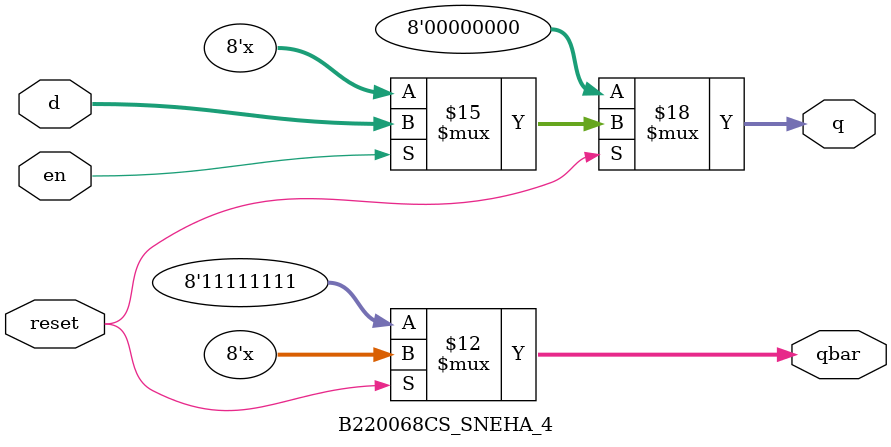
<source format=v>
module B220068CS_SNEHA_4(input [7:0]d,input en, reset,output reg [7:0]q,qbar);
	always@(*) begin
	if (reset==0) begin
	q<='d0;
	qbar<=8'b11111111;
	end
	else if(en==1) begin
	q <= d;
	qbar =~q;
	end
	end
endmodule

</source>
